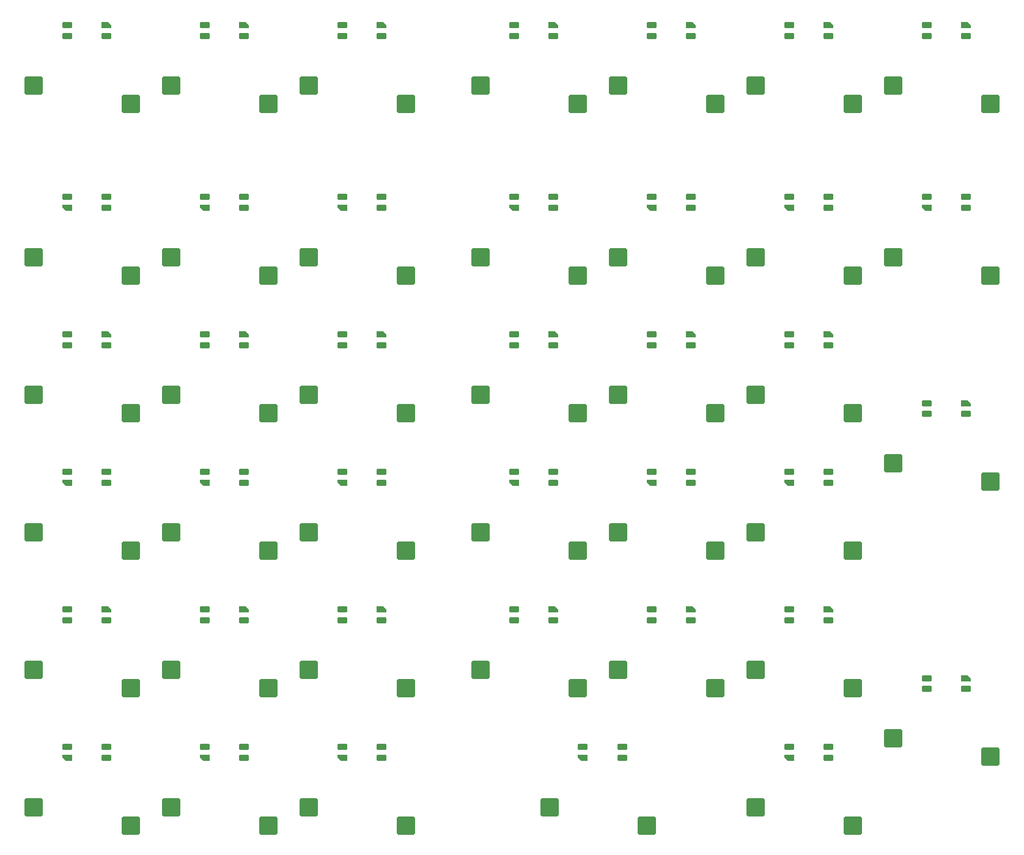
<source format=gbr>
%TF.GenerationSoftware,KiCad,Pcbnew,(6.0.9)*%
%TF.CreationDate,2022-12-06T20:12:41+01:00*%
%TF.ProjectId,tekskey-rounded-num,74656b73-6b65-4792-9d72-6f756e646564,rev?*%
%TF.SameCoordinates,Original*%
%TF.FileFunction,Paste,Top*%
%TF.FilePolarity,Positive*%
%FSLAX46Y46*%
G04 Gerber Fmt 4.6, Leading zero omitted, Abs format (unit mm)*
G04 Created by KiCad (PCBNEW (6.0.9)) date 2022-12-06 20:12:41*
%MOMM*%
%LPD*%
G01*
G04 APERTURE LIST*
G04 Aperture macros list*
%AMRoundRect*
0 Rectangle with rounded corners*
0 $1 Rounding radius*
0 $2 $3 $4 $5 $6 $7 $8 $9 X,Y pos of 4 corners*
0 Add a 4 corners polygon primitive as box body*
4,1,4,$2,$3,$4,$5,$6,$7,$8,$9,$2,$3,0*
0 Add four circle primitives for the rounded corners*
1,1,$1+$1,$2,$3*
1,1,$1+$1,$4,$5*
1,1,$1+$1,$6,$7*
1,1,$1+$1,$8,$9*
0 Add four rect primitives between the rounded corners*
20,1,$1+$1,$2,$3,$4,$5,0*
20,1,$1+$1,$4,$5,$6,$7,0*
20,1,$1+$1,$6,$7,$8,$9,0*
20,1,$1+$1,$8,$9,$2,$3,0*%
%AMFreePoly0*
4,1,18,-0.410000,0.265000,0.000000,0.675000,0.328000,0.675000,0.359380,0.668758,0.385983,0.650983,0.403758,0.624380,0.410000,0.593000,0.410000,-0.593000,0.403758,-0.624380,0.385983,-0.650983,0.359380,-0.668758,0.328000,-0.675000,-0.328000,-0.675000,-0.359380,-0.668758,-0.385983,-0.650983,-0.403758,-0.624380,-0.410000,-0.593000,-0.410000,0.265000,-0.410000,0.265000,$1*%
G04 Aperture macros list end*
%ADD10RoundRect,0.250000X1.025000X1.000000X-1.025000X1.000000X-1.025000X-1.000000X1.025000X-1.000000X0*%
%ADD11RoundRect,0.082000X-0.593000X0.328000X-0.593000X-0.328000X0.593000X-0.328000X0.593000X0.328000X0*%
%ADD12FreePoly0,270.000000*%
%ADD13RoundRect,0.082000X0.593000X-0.328000X0.593000X0.328000X-0.593000X0.328000X-0.593000X-0.328000X0*%
%ADD14FreePoly0,90.000000*%
G04 APERTURE END LIST*
D10*
%TO.C,SW214*%
X171743750Y-76950000D03*
X185193750Y-79490000D03*
%TD*%
D11*
%TO.C,LED217*%
X95416250Y-89130000D03*
X95416250Y-87630000D03*
X100866250Y-89130000D03*
D12*
X100866250Y-87630000D03*
%TD*%
D13*
%TO.C,LED223*%
X81816250Y-106680000D03*
X81816250Y-108180000D03*
X76366250Y-106680000D03*
D14*
X76366250Y-108180000D03*
%TD*%
D10*
%TO.C,SW223*%
X71731250Y-115050000D03*
X85181250Y-117590000D03*
%TD*%
%TO.C,SW209*%
X71731250Y-76950000D03*
X85181250Y-79490000D03*
%TD*%
D13*
%TO.C,LED225*%
X124678750Y-106680000D03*
X124678750Y-108180000D03*
X119228750Y-106680000D03*
D14*
X119228750Y-108180000D03*
%TD*%
D13*
%TO.C,LED210*%
X100866250Y-68580000D03*
X100866250Y-70080000D03*
X95416250Y-68580000D03*
D14*
X95416250Y-70080000D03*
%TD*%
D11*
%TO.C,LED233*%
X138278750Y-127230000D03*
X138278750Y-125730000D03*
X143728750Y-127230000D03*
D12*
X143728750Y-125730000D03*
%TD*%
D13*
%TO.C,LED227*%
X162778750Y-106680000D03*
X162778750Y-108180000D03*
X157328750Y-106680000D03*
D14*
X157328750Y-108180000D03*
%TD*%
D11*
%TO.C,LED220*%
X157328750Y-89130000D03*
X157328750Y-87630000D03*
X162778750Y-89130000D03*
D12*
X162778750Y-87630000D03*
%TD*%
D10*
%TO.C,SW202*%
X71731250Y-53137500D03*
X85181250Y-55677500D03*
%TD*%
D13*
%TO.C,LED236*%
X62766250Y-144780000D03*
X62766250Y-146280000D03*
X57316250Y-144780000D03*
D14*
X57316250Y-146280000D03*
%TD*%
D10*
%TO.C,SW232*%
X114593750Y-134100000D03*
X128043750Y-136640000D03*
%TD*%
%TO.C,SW218*%
X114593750Y-96000000D03*
X128043750Y-98540000D03*
%TD*%
D11*
%TO.C,LED216*%
X76366250Y-89130000D03*
X76366250Y-87630000D03*
X81816250Y-89130000D03*
D12*
X81816250Y-87630000D03*
%TD*%
D11*
%TO.C,LED230*%
X76366250Y-127230000D03*
X76366250Y-125730000D03*
X81816250Y-127230000D03*
D12*
X81816250Y-125730000D03*
%TD*%
D10*
%TO.C,SW215*%
X52681250Y-96000000D03*
X66131250Y-98540000D03*
%TD*%
%TO.C,SW210*%
X90781250Y-76950000D03*
X104231250Y-79490000D03*
%TD*%
D11*
%TO.C,LED207*%
X176378750Y-46267500D03*
X176378750Y-44767500D03*
X181828750Y-46267500D03*
D12*
X181828750Y-44767500D03*
%TD*%
D10*
%TO.C,SW205*%
X133643750Y-53137500D03*
X147093750Y-55677500D03*
%TD*%
%TO.C,SW216*%
X71731250Y-96000000D03*
X85181250Y-98540000D03*
%TD*%
%TO.C,SW231*%
X90781250Y-134100000D03*
X104231250Y-136640000D03*
%TD*%
D13*
%TO.C,LED212*%
X143728750Y-68580000D03*
X143728750Y-70080000D03*
X138278750Y-68580000D03*
D14*
X138278750Y-70080000D03*
%TD*%
D10*
%TO.C,SW211*%
X114593750Y-76950000D03*
X128043750Y-79490000D03*
%TD*%
D13*
%TO.C,LED224*%
X100866250Y-106680000D03*
X100866250Y-108180000D03*
X95416250Y-106680000D03*
D14*
X95416250Y-108180000D03*
%TD*%
D13*
%TO.C,LED209*%
X81816250Y-68580000D03*
X81816250Y-70080000D03*
X76366250Y-68580000D03*
D14*
X76366250Y-70080000D03*
%TD*%
D10*
%TO.C,SW206*%
X152693750Y-53137500D03*
X166143750Y-55677500D03*
%TD*%
D11*
%TO.C,LED201*%
X57316250Y-46267500D03*
X57316250Y-44767500D03*
X62766250Y-46267500D03*
D12*
X62766250Y-44767500D03*
%TD*%
D10*
%TO.C,SW221*%
X171743750Y-105525000D03*
X185193750Y-108065000D03*
%TD*%
%TO.C,SW233*%
X133643750Y-134100000D03*
X147093750Y-136640000D03*
%TD*%
%TO.C,SW239*%
X124118750Y-153150000D03*
X137568750Y-155690000D03*
%TD*%
%TO.C,SW230*%
X71731250Y-134100000D03*
X85181250Y-136640000D03*
%TD*%
D11*
%TO.C,LED234*%
X157328750Y-127230000D03*
X157328750Y-125730000D03*
X162778750Y-127230000D03*
D12*
X162778750Y-125730000D03*
%TD*%
D13*
%TO.C,LED241*%
X162778750Y-144780000D03*
X162778750Y-146280000D03*
X157328750Y-144780000D03*
D14*
X157328750Y-146280000D03*
%TD*%
D10*
%TO.C,SW207*%
X171743750Y-53137500D03*
X185193750Y-55677500D03*
%TD*%
D13*
%TO.C,LED213*%
X162778750Y-68580000D03*
X162778750Y-70080000D03*
X157328750Y-68580000D03*
D14*
X157328750Y-70080000D03*
%TD*%
D11*
%TO.C,LED235*%
X176378750Y-136755000D03*
X176378750Y-135255000D03*
X181828750Y-136755000D03*
D12*
X181828750Y-135255000D03*
%TD*%
D11*
%TO.C,LED205*%
X138278750Y-46267500D03*
X138278750Y-44767500D03*
X143728750Y-46267500D03*
D12*
X143728750Y-44767500D03*
%TD*%
D11*
%TO.C,LED218*%
X119228750Y-89130000D03*
X119228750Y-87630000D03*
X124678750Y-89130000D03*
D12*
X124678750Y-87630000D03*
%TD*%
D10*
%TO.C,SW204*%
X114593750Y-53137500D03*
X128043750Y-55677500D03*
%TD*%
%TO.C,SW237*%
X71731250Y-153150000D03*
X85181250Y-155690000D03*
%TD*%
D11*
%TO.C,LED231*%
X95416250Y-127230000D03*
X95416250Y-125730000D03*
X100866250Y-127230000D03*
D12*
X100866250Y-125730000D03*
%TD*%
D11*
%TO.C,LED204*%
X119228750Y-46267500D03*
X119228750Y-44767500D03*
X124678750Y-46267500D03*
D12*
X124678750Y-44767500D03*
%TD*%
D10*
%TO.C,SW227*%
X152693750Y-115050000D03*
X166143750Y-117590000D03*
%TD*%
D11*
%TO.C,LED229*%
X57316250Y-127230000D03*
X57316250Y-125730000D03*
X62766250Y-127230000D03*
D12*
X62766250Y-125730000D03*
%TD*%
D10*
%TO.C,SW241*%
X152693750Y-153150000D03*
X166143750Y-155690000D03*
%TD*%
%TO.C,SW213*%
X152693750Y-76950000D03*
X166143750Y-79490000D03*
%TD*%
D13*
%TO.C,LED222*%
X62766250Y-106680000D03*
X62766250Y-108180000D03*
X57316250Y-106680000D03*
D14*
X57316250Y-108180000D03*
%TD*%
D13*
%TO.C,LED237*%
X81816250Y-144780000D03*
X81816250Y-146280000D03*
X76366250Y-144780000D03*
D14*
X76366250Y-146280000D03*
%TD*%
D10*
%TO.C,SW201*%
X52681250Y-53137500D03*
X66131250Y-55677500D03*
%TD*%
%TO.C,SW203*%
X90781250Y-53137500D03*
X104231250Y-55677500D03*
%TD*%
D11*
%TO.C,LED232*%
X119228750Y-127230000D03*
X119228750Y-125730000D03*
X124678750Y-127230000D03*
D12*
X124678750Y-125730000D03*
%TD*%
D11*
%TO.C,LED203*%
X95416250Y-46267500D03*
X95416250Y-44767500D03*
X100866250Y-46267500D03*
D12*
X100866250Y-44767500D03*
%TD*%
D10*
%TO.C,SW217*%
X90781250Y-96000000D03*
X104231250Y-98540000D03*
%TD*%
D13*
%TO.C,LED226*%
X143728750Y-106680000D03*
X143728750Y-108180000D03*
X138278750Y-106680000D03*
D14*
X138278750Y-108180000D03*
%TD*%
D13*
%TO.C,LED208*%
X62766250Y-68580000D03*
X62766250Y-70080000D03*
X57316250Y-68580000D03*
D14*
X57316250Y-70080000D03*
%TD*%
D10*
%TO.C,SW224*%
X90781250Y-115050000D03*
X104231250Y-117590000D03*
%TD*%
D11*
%TO.C,LED221*%
X176378750Y-98655000D03*
X176378750Y-97155000D03*
X181828750Y-98655000D03*
D12*
X181828750Y-97155000D03*
%TD*%
D10*
%TO.C,SW236*%
X52681250Y-153150000D03*
X66131250Y-155690000D03*
%TD*%
D11*
%TO.C,LED215*%
X57316250Y-89130000D03*
X57316250Y-87630000D03*
X62766250Y-89130000D03*
D12*
X62766250Y-87630000D03*
%TD*%
D10*
%TO.C,SW238*%
X90781250Y-153150000D03*
X104231250Y-155690000D03*
%TD*%
D11*
%TO.C,LED219*%
X138278750Y-89130000D03*
X138278750Y-87630000D03*
X143728750Y-89130000D03*
D12*
X143728750Y-87630000D03*
%TD*%
D13*
%TO.C,LED238*%
X100866250Y-144780000D03*
X100866250Y-146280000D03*
X95416250Y-144780000D03*
D14*
X95416250Y-146280000D03*
%TD*%
D11*
%TO.C,LED202*%
X76366250Y-46267500D03*
X76366250Y-44767500D03*
X81816250Y-46267500D03*
D12*
X81816250Y-44767500D03*
%TD*%
D13*
%TO.C,LED211*%
X124678750Y-68580000D03*
X124678750Y-70080000D03*
X119228750Y-68580000D03*
D14*
X119228750Y-70080000D03*
%TD*%
D10*
%TO.C,SW225*%
X114593750Y-115050000D03*
X128043750Y-117590000D03*
%TD*%
%TO.C,SW222*%
X52681250Y-115050000D03*
X66131250Y-117590000D03*
%TD*%
%TO.C,SW220*%
X152693750Y-96000000D03*
X166143750Y-98540000D03*
%TD*%
D11*
%TO.C,LED206*%
X157328750Y-46267500D03*
X157328750Y-44767500D03*
X162778750Y-46267500D03*
D12*
X162778750Y-44767500D03*
%TD*%
D13*
%TO.C,LED239*%
X134203750Y-144780000D03*
X134203750Y-146280000D03*
X128753750Y-144780000D03*
D14*
X128753750Y-146280000D03*
%TD*%
D10*
%TO.C,SW229*%
X52681250Y-134100000D03*
X66131250Y-136640000D03*
%TD*%
%TO.C,SW235*%
X171743750Y-143625000D03*
X185193750Y-146165000D03*
%TD*%
%TO.C,SW212*%
X133643750Y-76950000D03*
X147093750Y-79490000D03*
%TD*%
%TO.C,SW208*%
X52681250Y-76950000D03*
X66131250Y-79490000D03*
%TD*%
%TO.C,SW226*%
X133643750Y-115050000D03*
X147093750Y-117590000D03*
%TD*%
%TO.C,SW219*%
X133643750Y-96000000D03*
X147093750Y-98540000D03*
%TD*%
D13*
%TO.C,LED214*%
X181828750Y-68580000D03*
X181828750Y-70080000D03*
X176378750Y-68580000D03*
D14*
X176378750Y-70080000D03*
%TD*%
D10*
%TO.C,SW234*%
X152693750Y-134100000D03*
X166143750Y-136640000D03*
%TD*%
M02*

</source>
